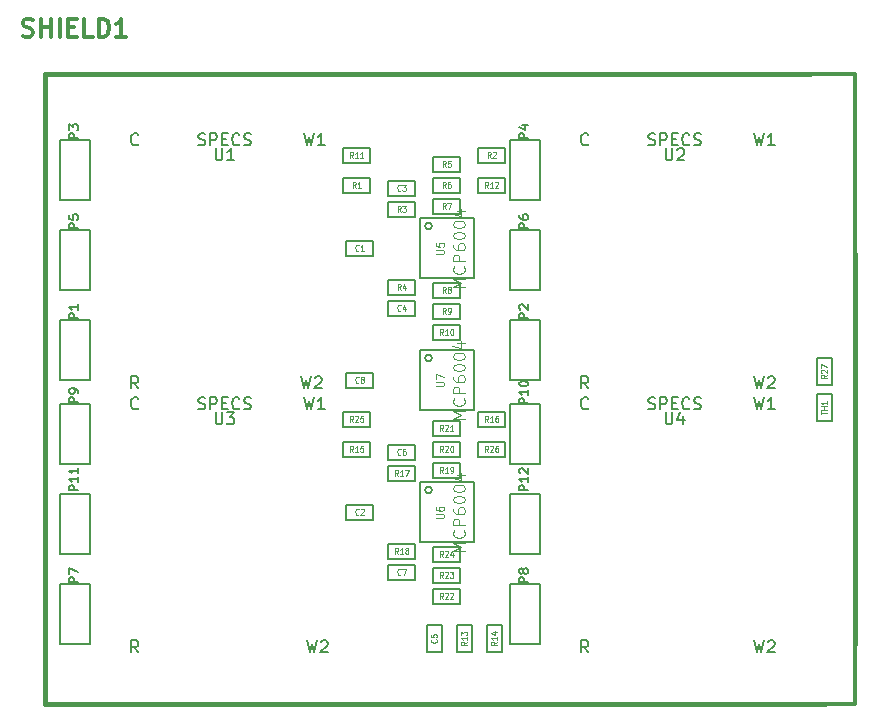
<source format=gto>
G04 (created by PCBNEW (2013-07-07 BZR 4022)-stable) date 11/3/2017 9:35:14 AM*
%MOIN*%
G04 Gerber Fmt 3.4, Leading zero omitted, Abs format*
%FSLAX34Y34*%
G01*
G70*
G90*
G04 APERTURE LIST*
%ADD10C,0.00590551*%
%ADD11C,0.006*%
%ADD12C,0.005*%
%ADD13C,0.0149606*%
%ADD14C,0.015*%
%ADD15C,0.0045*%
%ADD16C,0.0047*%
%ADD17C,0.012*%
G04 APERTURE END LIST*
G54D10*
G54D11*
X80000Y-66000D02*
X81000Y-66000D01*
X81000Y-66000D02*
X81000Y-68000D01*
X81000Y-68000D02*
X80000Y-68000D01*
X80000Y-68000D02*
X80000Y-66000D01*
X80000Y-72000D02*
X81000Y-72000D01*
X81000Y-72000D02*
X81000Y-74000D01*
X81000Y-74000D02*
X80000Y-74000D01*
X80000Y-74000D02*
X80000Y-72000D01*
X80000Y-69000D02*
X81000Y-69000D01*
X81000Y-69000D02*
X81000Y-71000D01*
X81000Y-71000D02*
X80000Y-71000D01*
X80000Y-71000D02*
X80000Y-69000D01*
X65000Y-69000D02*
X66000Y-69000D01*
X66000Y-69000D02*
X66000Y-71000D01*
X66000Y-71000D02*
X65000Y-71000D01*
X65000Y-71000D02*
X65000Y-69000D01*
X65000Y-66000D02*
X66000Y-66000D01*
X66000Y-66000D02*
X66000Y-68000D01*
X66000Y-68000D02*
X65000Y-68000D01*
X65000Y-68000D02*
X65000Y-66000D01*
X65000Y-72000D02*
X66000Y-72000D01*
X66000Y-72000D02*
X66000Y-74000D01*
X66000Y-74000D02*
X65000Y-74000D01*
X65000Y-74000D02*
X65000Y-72000D01*
X80000Y-60200D02*
X81000Y-60200D01*
X81000Y-60200D02*
X81000Y-62200D01*
X81000Y-62200D02*
X80000Y-62200D01*
X80000Y-62200D02*
X80000Y-60200D01*
X80000Y-57200D02*
X81000Y-57200D01*
X81000Y-57200D02*
X81000Y-59200D01*
X81000Y-59200D02*
X80000Y-59200D01*
X80000Y-59200D02*
X80000Y-57200D01*
X80000Y-63200D02*
X81000Y-63200D01*
X81000Y-63200D02*
X81000Y-65200D01*
X81000Y-65200D02*
X80000Y-65200D01*
X80000Y-65200D02*
X80000Y-63200D01*
X65000Y-60200D02*
X66000Y-60200D01*
X66000Y-60200D02*
X66000Y-62200D01*
X66000Y-62200D02*
X65000Y-62200D01*
X65000Y-62200D02*
X65000Y-60200D01*
X65000Y-57200D02*
X66000Y-57200D01*
X66000Y-57200D02*
X66000Y-59200D01*
X66000Y-59200D02*
X65000Y-59200D01*
X65000Y-59200D02*
X65000Y-57200D01*
X65000Y-63200D02*
X66000Y-63200D01*
X66000Y-63200D02*
X66000Y-65200D01*
X66000Y-65200D02*
X65000Y-65200D01*
X65000Y-65200D02*
X65000Y-63200D01*
G54D12*
X77450Y-67950D02*
X78350Y-67950D01*
X78350Y-67950D02*
X78350Y-68450D01*
X78350Y-68450D02*
X77450Y-68450D01*
X77450Y-68450D02*
X77450Y-67950D01*
X77450Y-62650D02*
X78350Y-62650D01*
X78350Y-62650D02*
X78350Y-63150D01*
X78350Y-63150D02*
X77450Y-63150D01*
X77450Y-63150D02*
X77450Y-62650D01*
X77450Y-63350D02*
X78350Y-63350D01*
X78350Y-63350D02*
X78350Y-63850D01*
X78350Y-63850D02*
X77450Y-63850D01*
X77450Y-63850D02*
X77450Y-63350D01*
X74450Y-67250D02*
X75350Y-67250D01*
X75350Y-67250D02*
X75350Y-67750D01*
X75350Y-67750D02*
X74450Y-67750D01*
X74450Y-67750D02*
X74450Y-67250D01*
X75950Y-68050D02*
X76850Y-68050D01*
X76850Y-68050D02*
X76850Y-68550D01*
X76850Y-68550D02*
X75950Y-68550D01*
X75950Y-68550D02*
X75950Y-68050D01*
X75950Y-67350D02*
X76850Y-67350D01*
X76850Y-67350D02*
X76850Y-67850D01*
X76850Y-67850D02*
X75950Y-67850D01*
X75950Y-67850D02*
X75950Y-67350D01*
X75350Y-66750D02*
X74450Y-66750D01*
X74450Y-66750D02*
X74450Y-66250D01*
X74450Y-66250D02*
X75350Y-66250D01*
X75350Y-66250D02*
X75350Y-66750D01*
X77450Y-66550D02*
X78350Y-66550D01*
X78350Y-66550D02*
X78350Y-67050D01*
X78350Y-67050D02*
X77450Y-67050D01*
X77450Y-67050D02*
X77450Y-66550D01*
X77450Y-67250D02*
X78350Y-67250D01*
X78350Y-67250D02*
X78350Y-67750D01*
X78350Y-67750D02*
X77450Y-67750D01*
X77450Y-67750D02*
X77450Y-67250D01*
X77450Y-61950D02*
X78350Y-61950D01*
X78350Y-61950D02*
X78350Y-62450D01*
X78350Y-62450D02*
X77450Y-62450D01*
X77450Y-62450D02*
X77450Y-61950D01*
X79850Y-66750D02*
X78950Y-66750D01*
X78950Y-66750D02*
X78950Y-66250D01*
X78950Y-66250D02*
X79850Y-66250D01*
X79850Y-66250D02*
X79850Y-66750D01*
X75950Y-70650D02*
X76850Y-70650D01*
X76850Y-70650D02*
X76850Y-71150D01*
X76850Y-71150D02*
X75950Y-71150D01*
X75950Y-71150D02*
X75950Y-70650D01*
X75950Y-71350D02*
X76850Y-71350D01*
X76850Y-71350D02*
X76850Y-71850D01*
X76850Y-71850D02*
X75950Y-71850D01*
X75950Y-71850D02*
X75950Y-71350D01*
X78950Y-67250D02*
X79850Y-67250D01*
X79850Y-67250D02*
X79850Y-67750D01*
X79850Y-67750D02*
X78950Y-67750D01*
X78950Y-67750D02*
X78950Y-67250D01*
X77450Y-72150D02*
X78350Y-72150D01*
X78350Y-72150D02*
X78350Y-72650D01*
X78350Y-72650D02*
X77450Y-72650D01*
X77450Y-72650D02*
X77450Y-72150D01*
X77450Y-71450D02*
X78350Y-71450D01*
X78350Y-71450D02*
X78350Y-71950D01*
X78350Y-71950D02*
X77450Y-71950D01*
X77450Y-71950D02*
X77450Y-71450D01*
X77450Y-70750D02*
X78350Y-70750D01*
X78350Y-70750D02*
X78350Y-71250D01*
X78350Y-71250D02*
X77450Y-71250D01*
X77450Y-71250D02*
X77450Y-70750D01*
X75450Y-61050D02*
X74550Y-61050D01*
X74550Y-61050D02*
X74550Y-60550D01*
X74550Y-60550D02*
X75450Y-60550D01*
X75450Y-60550D02*
X75450Y-61050D01*
X78950Y-58450D02*
X79850Y-58450D01*
X79850Y-58450D02*
X79850Y-58950D01*
X79850Y-58950D02*
X78950Y-58950D01*
X78950Y-58950D02*
X78950Y-58450D01*
X75950Y-62550D02*
X76850Y-62550D01*
X76850Y-62550D02*
X76850Y-63050D01*
X76850Y-63050D02*
X75950Y-63050D01*
X75950Y-63050D02*
X75950Y-62550D01*
X75950Y-61850D02*
X76850Y-61850D01*
X76850Y-61850D02*
X76850Y-62350D01*
X76850Y-62350D02*
X75950Y-62350D01*
X75950Y-62350D02*
X75950Y-61850D01*
X79850Y-57950D02*
X78950Y-57950D01*
X78950Y-57950D02*
X78950Y-57450D01*
X78950Y-57450D02*
X79850Y-57450D01*
X79850Y-57450D02*
X79850Y-57950D01*
X77450Y-57750D02*
X78350Y-57750D01*
X78350Y-57750D02*
X78350Y-58250D01*
X78350Y-58250D02*
X77450Y-58250D01*
X77450Y-58250D02*
X77450Y-57750D01*
X77450Y-58450D02*
X78350Y-58450D01*
X78350Y-58450D02*
X78350Y-58950D01*
X78350Y-58950D02*
X77450Y-58950D01*
X77450Y-58950D02*
X77450Y-58450D01*
X77450Y-59150D02*
X78350Y-59150D01*
X78350Y-59150D02*
X78350Y-59650D01*
X78350Y-59650D02*
X77450Y-59650D01*
X77450Y-59650D02*
X77450Y-59150D01*
X75350Y-57950D02*
X74450Y-57950D01*
X74450Y-57950D02*
X74450Y-57450D01*
X74450Y-57450D02*
X75350Y-57450D01*
X75350Y-57450D02*
X75350Y-57950D01*
X75950Y-58550D02*
X76850Y-58550D01*
X76850Y-58550D02*
X76850Y-59050D01*
X76850Y-59050D02*
X75950Y-59050D01*
X75950Y-59050D02*
X75950Y-58550D01*
X75950Y-59250D02*
X76850Y-59250D01*
X76850Y-59250D02*
X76850Y-59750D01*
X76850Y-59750D02*
X75950Y-59750D01*
X75950Y-59750D02*
X75950Y-59250D01*
X74450Y-58450D02*
X75350Y-58450D01*
X75350Y-58450D02*
X75350Y-58950D01*
X75350Y-58950D02*
X74450Y-58950D01*
X74450Y-58950D02*
X74450Y-58450D01*
X79250Y-74250D02*
X79250Y-73350D01*
X79250Y-73350D02*
X79750Y-73350D01*
X79750Y-73350D02*
X79750Y-74250D01*
X79750Y-74250D02*
X79250Y-74250D01*
X77750Y-73350D02*
X77750Y-74250D01*
X77750Y-74250D02*
X77250Y-74250D01*
X77250Y-74250D02*
X77250Y-73350D01*
X77250Y-73350D02*
X77750Y-73350D01*
X78750Y-73350D02*
X78750Y-74250D01*
X78750Y-74250D02*
X78250Y-74250D01*
X78250Y-74250D02*
X78250Y-73350D01*
X78250Y-73350D02*
X78750Y-73350D01*
X75450Y-69850D02*
X74550Y-69850D01*
X74550Y-69850D02*
X74550Y-69350D01*
X74550Y-69350D02*
X75450Y-69350D01*
X75450Y-69350D02*
X75450Y-69850D01*
X90750Y-65650D02*
X90750Y-66550D01*
X90750Y-66550D02*
X90250Y-66550D01*
X90250Y-66550D02*
X90250Y-65650D01*
X90250Y-65650D02*
X90750Y-65650D01*
X90250Y-65350D02*
X90250Y-64450D01*
X90250Y-64450D02*
X90750Y-64450D01*
X90750Y-64450D02*
X90750Y-65350D01*
X90750Y-65350D02*
X90250Y-65350D01*
X77411Y-60050D02*
G75*
G03X77411Y-60050I-111J0D01*
G74*
G01*
X78800Y-61800D02*
X78800Y-59800D01*
X78800Y-59800D02*
X77000Y-59800D01*
X77000Y-59800D02*
X77000Y-61800D01*
X77000Y-61800D02*
X78800Y-61800D01*
X77411Y-68850D02*
G75*
G03X77411Y-68850I-111J0D01*
G74*
G01*
X78800Y-70600D02*
X78800Y-68600D01*
X78800Y-68600D02*
X77000Y-68600D01*
X77000Y-68600D02*
X77000Y-70600D01*
X77000Y-70600D02*
X78800Y-70600D01*
X77411Y-64450D02*
G75*
G03X77411Y-64450I-111J0D01*
G74*
G01*
X78800Y-66200D02*
X78800Y-64200D01*
X78800Y-64200D02*
X77000Y-64200D01*
X77000Y-64200D02*
X77000Y-66200D01*
X77000Y-66200D02*
X78800Y-66200D01*
X75450Y-65450D02*
X74550Y-65450D01*
X74550Y-65450D02*
X74550Y-64950D01*
X74550Y-64950D02*
X75450Y-64950D01*
X75450Y-64950D02*
X75450Y-65450D01*
G54D13*
X91500Y-74000D02*
X91500Y-76000D01*
X91500Y-76000D02*
X90500Y-76000D01*
X90000Y-55000D02*
X91500Y-55000D01*
X91500Y-55000D02*
X91500Y-61000D01*
G54D14*
X90000Y-55000D02*
X64500Y-55000D01*
X90500Y-76000D02*
X64500Y-76000D01*
X64500Y-76000D02*
X64500Y-55000D01*
X91500Y-61000D02*
X91500Y-74000D01*
G54D10*
X85200Y-66265D02*
X85200Y-66584D01*
X85218Y-66621D01*
X85237Y-66640D01*
X85275Y-66659D01*
X85350Y-66659D01*
X85387Y-66640D01*
X85406Y-66621D01*
X85425Y-66584D01*
X85425Y-66265D01*
X85781Y-66396D02*
X85781Y-66659D01*
X85687Y-66246D02*
X85593Y-66528D01*
X85837Y-66528D01*
X84628Y-66140D02*
X84684Y-66159D01*
X84778Y-66159D01*
X84815Y-66140D01*
X84834Y-66121D01*
X84853Y-66084D01*
X84853Y-66046D01*
X84834Y-66009D01*
X84815Y-65990D01*
X84778Y-65971D01*
X84703Y-65953D01*
X84665Y-65934D01*
X84646Y-65915D01*
X84628Y-65878D01*
X84628Y-65840D01*
X84646Y-65803D01*
X84665Y-65784D01*
X84703Y-65765D01*
X84796Y-65765D01*
X84853Y-65784D01*
X85021Y-66159D02*
X85021Y-65765D01*
X85171Y-65765D01*
X85209Y-65784D01*
X85228Y-65803D01*
X85246Y-65840D01*
X85246Y-65896D01*
X85228Y-65934D01*
X85209Y-65953D01*
X85171Y-65971D01*
X85021Y-65971D01*
X85415Y-65953D02*
X85546Y-65953D01*
X85603Y-66159D02*
X85415Y-66159D01*
X85415Y-65765D01*
X85603Y-65765D01*
X85996Y-66121D02*
X85978Y-66140D01*
X85921Y-66159D01*
X85884Y-66159D01*
X85828Y-66140D01*
X85790Y-66103D01*
X85771Y-66065D01*
X85753Y-65990D01*
X85753Y-65934D01*
X85771Y-65859D01*
X85790Y-65821D01*
X85828Y-65784D01*
X85884Y-65765D01*
X85921Y-65765D01*
X85978Y-65784D01*
X85996Y-65803D01*
X86146Y-66140D02*
X86203Y-66159D01*
X86296Y-66159D01*
X86334Y-66140D01*
X86353Y-66121D01*
X86371Y-66084D01*
X86371Y-66046D01*
X86353Y-66009D01*
X86334Y-65990D01*
X86296Y-65971D01*
X86221Y-65953D01*
X86184Y-65934D01*
X86165Y-65915D01*
X86146Y-65878D01*
X86146Y-65840D01*
X86165Y-65803D01*
X86184Y-65784D01*
X86221Y-65765D01*
X86315Y-65765D01*
X86371Y-65784D01*
X88143Y-73865D02*
X88237Y-74259D01*
X88312Y-73978D01*
X88387Y-74259D01*
X88481Y-73865D01*
X88612Y-73903D02*
X88631Y-73884D01*
X88668Y-73865D01*
X88762Y-73865D01*
X88799Y-73884D01*
X88818Y-73903D01*
X88837Y-73940D01*
X88837Y-73978D01*
X88818Y-74034D01*
X88593Y-74259D01*
X88837Y-74259D01*
X88143Y-65765D02*
X88237Y-66159D01*
X88312Y-65878D01*
X88387Y-66159D01*
X88481Y-65765D01*
X88837Y-66159D02*
X88612Y-66159D01*
X88724Y-66159D02*
X88724Y-65765D01*
X88687Y-65821D01*
X88649Y-65859D01*
X88612Y-65878D01*
X82621Y-74259D02*
X82490Y-74071D01*
X82396Y-74259D02*
X82396Y-73865D01*
X82546Y-73865D01*
X82584Y-73884D01*
X82603Y-73903D01*
X82621Y-73940D01*
X82621Y-73996D01*
X82603Y-74034D01*
X82584Y-74053D01*
X82546Y-74071D01*
X82396Y-74071D01*
X82621Y-66121D02*
X82603Y-66140D01*
X82546Y-66159D01*
X82509Y-66159D01*
X82453Y-66140D01*
X82415Y-66103D01*
X82396Y-66065D01*
X82378Y-65990D01*
X82378Y-65934D01*
X82396Y-65859D01*
X82415Y-65821D01*
X82453Y-65784D01*
X82509Y-65765D01*
X82546Y-65765D01*
X82603Y-65784D01*
X82621Y-65803D01*
X70200Y-57465D02*
X70200Y-57784D01*
X70218Y-57821D01*
X70237Y-57840D01*
X70275Y-57859D01*
X70350Y-57859D01*
X70387Y-57840D01*
X70406Y-57821D01*
X70425Y-57784D01*
X70425Y-57465D01*
X70818Y-57859D02*
X70593Y-57859D01*
X70706Y-57859D02*
X70706Y-57465D01*
X70668Y-57521D01*
X70631Y-57559D01*
X70593Y-57578D01*
X69628Y-57340D02*
X69684Y-57359D01*
X69778Y-57359D01*
X69815Y-57340D01*
X69834Y-57321D01*
X69853Y-57284D01*
X69853Y-57246D01*
X69834Y-57209D01*
X69815Y-57190D01*
X69778Y-57171D01*
X69703Y-57153D01*
X69665Y-57134D01*
X69646Y-57115D01*
X69628Y-57078D01*
X69628Y-57040D01*
X69646Y-57003D01*
X69665Y-56984D01*
X69703Y-56965D01*
X69796Y-56965D01*
X69853Y-56984D01*
X70021Y-57359D02*
X70021Y-56965D01*
X70171Y-56965D01*
X70209Y-56984D01*
X70228Y-57003D01*
X70246Y-57040D01*
X70246Y-57096D01*
X70228Y-57134D01*
X70209Y-57153D01*
X70171Y-57171D01*
X70021Y-57171D01*
X70415Y-57153D02*
X70546Y-57153D01*
X70603Y-57359D02*
X70415Y-57359D01*
X70415Y-56965D01*
X70603Y-56965D01*
X70996Y-57321D02*
X70978Y-57340D01*
X70921Y-57359D01*
X70884Y-57359D01*
X70828Y-57340D01*
X70790Y-57303D01*
X70771Y-57265D01*
X70753Y-57190D01*
X70753Y-57134D01*
X70771Y-57059D01*
X70790Y-57021D01*
X70828Y-56984D01*
X70884Y-56965D01*
X70921Y-56965D01*
X70978Y-56984D01*
X70996Y-57003D01*
X71146Y-57340D02*
X71203Y-57359D01*
X71296Y-57359D01*
X71334Y-57340D01*
X71353Y-57321D01*
X71371Y-57284D01*
X71371Y-57246D01*
X71353Y-57209D01*
X71334Y-57190D01*
X71296Y-57171D01*
X71221Y-57153D01*
X71184Y-57134D01*
X71165Y-57115D01*
X71146Y-57078D01*
X71146Y-57040D01*
X71165Y-57003D01*
X71184Y-56984D01*
X71221Y-56965D01*
X71315Y-56965D01*
X71371Y-56984D01*
X73043Y-65065D02*
X73137Y-65459D01*
X73212Y-65178D01*
X73287Y-65459D01*
X73381Y-65065D01*
X73512Y-65103D02*
X73531Y-65084D01*
X73568Y-65065D01*
X73662Y-65065D01*
X73699Y-65084D01*
X73718Y-65103D01*
X73737Y-65140D01*
X73737Y-65178D01*
X73718Y-65234D01*
X73493Y-65459D01*
X73737Y-65459D01*
X73143Y-56965D02*
X73237Y-57359D01*
X73312Y-57078D01*
X73387Y-57359D01*
X73481Y-56965D01*
X73837Y-57359D02*
X73612Y-57359D01*
X73724Y-57359D02*
X73724Y-56965D01*
X73687Y-57021D01*
X73649Y-57059D01*
X73612Y-57078D01*
X67621Y-65459D02*
X67490Y-65271D01*
X67396Y-65459D02*
X67396Y-65065D01*
X67546Y-65065D01*
X67584Y-65084D01*
X67603Y-65103D01*
X67621Y-65140D01*
X67621Y-65196D01*
X67603Y-65234D01*
X67584Y-65253D01*
X67546Y-65271D01*
X67396Y-65271D01*
X67621Y-57321D02*
X67603Y-57340D01*
X67546Y-57359D01*
X67509Y-57359D01*
X67453Y-57340D01*
X67415Y-57303D01*
X67396Y-57265D01*
X67378Y-57190D01*
X67378Y-57134D01*
X67396Y-57059D01*
X67415Y-57021D01*
X67453Y-56984D01*
X67509Y-56965D01*
X67546Y-56965D01*
X67603Y-56984D01*
X67621Y-57003D01*
X85200Y-57465D02*
X85200Y-57784D01*
X85218Y-57821D01*
X85237Y-57840D01*
X85275Y-57859D01*
X85350Y-57859D01*
X85387Y-57840D01*
X85406Y-57821D01*
X85425Y-57784D01*
X85425Y-57465D01*
X85593Y-57503D02*
X85612Y-57484D01*
X85649Y-57465D01*
X85743Y-57465D01*
X85781Y-57484D01*
X85799Y-57503D01*
X85818Y-57540D01*
X85818Y-57578D01*
X85799Y-57634D01*
X85574Y-57859D01*
X85818Y-57859D01*
X84628Y-57340D02*
X84684Y-57359D01*
X84778Y-57359D01*
X84815Y-57340D01*
X84834Y-57321D01*
X84853Y-57284D01*
X84853Y-57246D01*
X84834Y-57209D01*
X84815Y-57190D01*
X84778Y-57171D01*
X84703Y-57153D01*
X84665Y-57134D01*
X84646Y-57115D01*
X84628Y-57078D01*
X84628Y-57040D01*
X84646Y-57003D01*
X84665Y-56984D01*
X84703Y-56965D01*
X84796Y-56965D01*
X84853Y-56984D01*
X85021Y-57359D02*
X85021Y-56965D01*
X85171Y-56965D01*
X85209Y-56984D01*
X85228Y-57003D01*
X85246Y-57040D01*
X85246Y-57096D01*
X85228Y-57134D01*
X85209Y-57153D01*
X85171Y-57171D01*
X85021Y-57171D01*
X85415Y-57153D02*
X85546Y-57153D01*
X85603Y-57359D02*
X85415Y-57359D01*
X85415Y-56965D01*
X85603Y-56965D01*
X85996Y-57321D02*
X85978Y-57340D01*
X85921Y-57359D01*
X85884Y-57359D01*
X85828Y-57340D01*
X85790Y-57303D01*
X85771Y-57265D01*
X85753Y-57190D01*
X85753Y-57134D01*
X85771Y-57059D01*
X85790Y-57021D01*
X85828Y-56984D01*
X85884Y-56965D01*
X85921Y-56965D01*
X85978Y-56984D01*
X85996Y-57003D01*
X86146Y-57340D02*
X86203Y-57359D01*
X86296Y-57359D01*
X86334Y-57340D01*
X86353Y-57321D01*
X86371Y-57284D01*
X86371Y-57246D01*
X86353Y-57209D01*
X86334Y-57190D01*
X86296Y-57171D01*
X86221Y-57153D01*
X86184Y-57134D01*
X86165Y-57115D01*
X86146Y-57078D01*
X86146Y-57040D01*
X86165Y-57003D01*
X86184Y-56984D01*
X86221Y-56965D01*
X86315Y-56965D01*
X86371Y-56984D01*
X88143Y-65065D02*
X88237Y-65459D01*
X88312Y-65178D01*
X88387Y-65459D01*
X88481Y-65065D01*
X88612Y-65103D02*
X88631Y-65084D01*
X88668Y-65065D01*
X88762Y-65065D01*
X88799Y-65084D01*
X88818Y-65103D01*
X88837Y-65140D01*
X88837Y-65178D01*
X88818Y-65234D01*
X88593Y-65459D01*
X88837Y-65459D01*
X88143Y-56965D02*
X88237Y-57359D01*
X88312Y-57078D01*
X88387Y-57359D01*
X88481Y-56965D01*
X88837Y-57359D02*
X88612Y-57359D01*
X88724Y-57359D02*
X88724Y-56965D01*
X88687Y-57021D01*
X88649Y-57059D01*
X88612Y-57078D01*
X82621Y-65459D02*
X82490Y-65271D01*
X82396Y-65459D02*
X82396Y-65065D01*
X82546Y-65065D01*
X82584Y-65084D01*
X82603Y-65103D01*
X82621Y-65140D01*
X82621Y-65196D01*
X82603Y-65234D01*
X82584Y-65253D01*
X82546Y-65271D01*
X82396Y-65271D01*
X82621Y-57321D02*
X82603Y-57340D01*
X82546Y-57359D01*
X82509Y-57359D01*
X82453Y-57340D01*
X82415Y-57303D01*
X82396Y-57265D01*
X82378Y-57190D01*
X82378Y-57134D01*
X82396Y-57059D01*
X82415Y-57021D01*
X82453Y-56984D01*
X82509Y-56965D01*
X82546Y-56965D01*
X82603Y-56984D01*
X82621Y-57003D01*
X70200Y-66265D02*
X70200Y-66584D01*
X70218Y-66621D01*
X70237Y-66640D01*
X70275Y-66659D01*
X70350Y-66659D01*
X70387Y-66640D01*
X70406Y-66621D01*
X70425Y-66584D01*
X70425Y-66265D01*
X70574Y-66265D02*
X70818Y-66265D01*
X70687Y-66415D01*
X70743Y-66415D01*
X70781Y-66434D01*
X70799Y-66453D01*
X70818Y-66490D01*
X70818Y-66584D01*
X70799Y-66621D01*
X70781Y-66640D01*
X70743Y-66659D01*
X70631Y-66659D01*
X70593Y-66640D01*
X70574Y-66621D01*
X69628Y-66140D02*
X69684Y-66159D01*
X69778Y-66159D01*
X69815Y-66140D01*
X69834Y-66121D01*
X69853Y-66084D01*
X69853Y-66046D01*
X69834Y-66009D01*
X69815Y-65990D01*
X69778Y-65971D01*
X69703Y-65953D01*
X69665Y-65934D01*
X69646Y-65915D01*
X69628Y-65878D01*
X69628Y-65840D01*
X69646Y-65803D01*
X69665Y-65784D01*
X69703Y-65765D01*
X69796Y-65765D01*
X69853Y-65784D01*
X70021Y-66159D02*
X70021Y-65765D01*
X70171Y-65765D01*
X70209Y-65784D01*
X70228Y-65803D01*
X70246Y-65840D01*
X70246Y-65896D01*
X70228Y-65934D01*
X70209Y-65953D01*
X70171Y-65971D01*
X70021Y-65971D01*
X70415Y-65953D02*
X70546Y-65953D01*
X70603Y-66159D02*
X70415Y-66159D01*
X70415Y-65765D01*
X70603Y-65765D01*
X70996Y-66121D02*
X70978Y-66140D01*
X70921Y-66159D01*
X70884Y-66159D01*
X70828Y-66140D01*
X70790Y-66103D01*
X70771Y-66065D01*
X70753Y-65990D01*
X70753Y-65934D01*
X70771Y-65859D01*
X70790Y-65821D01*
X70828Y-65784D01*
X70884Y-65765D01*
X70921Y-65765D01*
X70978Y-65784D01*
X70996Y-65803D01*
X71146Y-66140D02*
X71203Y-66159D01*
X71296Y-66159D01*
X71334Y-66140D01*
X71353Y-66121D01*
X71371Y-66084D01*
X71371Y-66046D01*
X71353Y-66009D01*
X71334Y-65990D01*
X71296Y-65971D01*
X71221Y-65953D01*
X71184Y-65934D01*
X71165Y-65915D01*
X71146Y-65878D01*
X71146Y-65840D01*
X71165Y-65803D01*
X71184Y-65784D01*
X71221Y-65765D01*
X71315Y-65765D01*
X71371Y-65784D01*
X73243Y-73865D02*
X73337Y-74259D01*
X73412Y-73978D01*
X73487Y-74259D01*
X73581Y-73865D01*
X73712Y-73903D02*
X73731Y-73884D01*
X73768Y-73865D01*
X73862Y-73865D01*
X73899Y-73884D01*
X73918Y-73903D01*
X73937Y-73940D01*
X73937Y-73978D01*
X73918Y-74034D01*
X73693Y-74259D01*
X73937Y-74259D01*
X73143Y-65765D02*
X73237Y-66159D01*
X73312Y-65878D01*
X73387Y-66159D01*
X73481Y-65765D01*
X73837Y-66159D02*
X73612Y-66159D01*
X73724Y-66159D02*
X73724Y-65765D01*
X73687Y-65821D01*
X73649Y-65859D01*
X73612Y-65878D01*
X67621Y-74259D02*
X67490Y-74071D01*
X67396Y-74259D02*
X67396Y-73865D01*
X67546Y-73865D01*
X67584Y-73884D01*
X67603Y-73903D01*
X67621Y-73940D01*
X67621Y-73996D01*
X67603Y-74034D01*
X67584Y-74053D01*
X67546Y-74071D01*
X67396Y-74071D01*
X67621Y-66121D02*
X67603Y-66140D01*
X67546Y-66159D01*
X67509Y-66159D01*
X67453Y-66140D01*
X67415Y-66103D01*
X67396Y-66065D01*
X67378Y-65990D01*
X67378Y-65934D01*
X67396Y-65859D01*
X67415Y-65821D01*
X67453Y-65784D01*
X67509Y-65765D01*
X67546Y-65765D01*
X67603Y-65784D01*
X67621Y-65803D01*
G54D11*
X80621Y-65964D02*
X80321Y-65964D01*
X80321Y-65850D01*
X80335Y-65821D01*
X80350Y-65807D01*
X80378Y-65792D01*
X80421Y-65792D01*
X80450Y-65807D01*
X80464Y-65821D01*
X80478Y-65850D01*
X80478Y-65964D01*
X80621Y-65507D02*
X80621Y-65678D01*
X80621Y-65592D02*
X80321Y-65592D01*
X80364Y-65621D01*
X80392Y-65650D01*
X80407Y-65678D01*
X80321Y-65321D02*
X80321Y-65292D01*
X80335Y-65264D01*
X80350Y-65250D01*
X80378Y-65235D01*
X80435Y-65221D01*
X80507Y-65221D01*
X80564Y-65235D01*
X80592Y-65250D01*
X80607Y-65264D01*
X80621Y-65292D01*
X80621Y-65321D01*
X80607Y-65350D01*
X80592Y-65364D01*
X80564Y-65378D01*
X80507Y-65392D01*
X80435Y-65392D01*
X80378Y-65378D01*
X80350Y-65364D01*
X80335Y-65350D01*
X80321Y-65321D01*
X80621Y-71921D02*
X80321Y-71921D01*
X80321Y-71807D01*
X80335Y-71778D01*
X80350Y-71764D01*
X80378Y-71750D01*
X80421Y-71750D01*
X80450Y-71764D01*
X80464Y-71778D01*
X80478Y-71807D01*
X80478Y-71921D01*
X80450Y-71578D02*
X80435Y-71607D01*
X80421Y-71621D01*
X80392Y-71635D01*
X80378Y-71635D01*
X80350Y-71621D01*
X80335Y-71607D01*
X80321Y-71578D01*
X80321Y-71521D01*
X80335Y-71492D01*
X80350Y-71478D01*
X80378Y-71464D01*
X80392Y-71464D01*
X80421Y-71478D01*
X80435Y-71492D01*
X80450Y-71521D01*
X80450Y-71578D01*
X80464Y-71607D01*
X80478Y-71621D01*
X80507Y-71635D01*
X80564Y-71635D01*
X80592Y-71621D01*
X80607Y-71607D01*
X80621Y-71578D01*
X80621Y-71521D01*
X80607Y-71492D01*
X80592Y-71478D01*
X80564Y-71464D01*
X80507Y-71464D01*
X80478Y-71478D01*
X80464Y-71492D01*
X80450Y-71521D01*
X80621Y-68864D02*
X80321Y-68864D01*
X80321Y-68750D01*
X80335Y-68721D01*
X80350Y-68707D01*
X80378Y-68692D01*
X80421Y-68692D01*
X80450Y-68707D01*
X80464Y-68721D01*
X80478Y-68750D01*
X80478Y-68864D01*
X80621Y-68407D02*
X80621Y-68578D01*
X80621Y-68492D02*
X80321Y-68492D01*
X80364Y-68521D01*
X80392Y-68550D01*
X80407Y-68578D01*
X80350Y-68292D02*
X80335Y-68278D01*
X80321Y-68250D01*
X80321Y-68178D01*
X80335Y-68150D01*
X80350Y-68135D01*
X80378Y-68121D01*
X80407Y-68121D01*
X80450Y-68135D01*
X80621Y-68307D01*
X80621Y-68121D01*
X65621Y-68864D02*
X65321Y-68864D01*
X65321Y-68750D01*
X65335Y-68721D01*
X65350Y-68707D01*
X65378Y-68692D01*
X65421Y-68692D01*
X65450Y-68707D01*
X65464Y-68721D01*
X65478Y-68750D01*
X65478Y-68864D01*
X65621Y-68407D02*
X65621Y-68578D01*
X65621Y-68492D02*
X65321Y-68492D01*
X65364Y-68521D01*
X65392Y-68550D01*
X65407Y-68578D01*
X65621Y-68121D02*
X65621Y-68292D01*
X65621Y-68207D02*
X65321Y-68207D01*
X65364Y-68235D01*
X65392Y-68264D01*
X65407Y-68292D01*
X65621Y-65921D02*
X65321Y-65921D01*
X65321Y-65807D01*
X65335Y-65778D01*
X65350Y-65764D01*
X65378Y-65750D01*
X65421Y-65750D01*
X65450Y-65764D01*
X65464Y-65778D01*
X65478Y-65807D01*
X65478Y-65921D01*
X65621Y-65607D02*
X65621Y-65550D01*
X65607Y-65521D01*
X65592Y-65507D01*
X65550Y-65478D01*
X65492Y-65464D01*
X65378Y-65464D01*
X65350Y-65478D01*
X65335Y-65492D01*
X65321Y-65521D01*
X65321Y-65578D01*
X65335Y-65607D01*
X65350Y-65621D01*
X65378Y-65635D01*
X65450Y-65635D01*
X65478Y-65621D01*
X65492Y-65607D01*
X65507Y-65578D01*
X65507Y-65521D01*
X65492Y-65492D01*
X65478Y-65478D01*
X65450Y-65464D01*
X65621Y-71921D02*
X65321Y-71921D01*
X65321Y-71807D01*
X65335Y-71778D01*
X65350Y-71764D01*
X65378Y-71750D01*
X65421Y-71750D01*
X65450Y-71764D01*
X65464Y-71778D01*
X65478Y-71807D01*
X65478Y-71921D01*
X65321Y-71650D02*
X65321Y-71450D01*
X65621Y-71578D01*
X80621Y-60121D02*
X80321Y-60121D01*
X80321Y-60007D01*
X80335Y-59978D01*
X80350Y-59964D01*
X80378Y-59950D01*
X80421Y-59950D01*
X80450Y-59964D01*
X80464Y-59978D01*
X80478Y-60007D01*
X80478Y-60121D01*
X80321Y-59692D02*
X80321Y-59750D01*
X80335Y-59778D01*
X80350Y-59792D01*
X80392Y-59821D01*
X80450Y-59835D01*
X80564Y-59835D01*
X80592Y-59821D01*
X80607Y-59807D01*
X80621Y-59778D01*
X80621Y-59721D01*
X80607Y-59692D01*
X80592Y-59678D01*
X80564Y-59664D01*
X80492Y-59664D01*
X80464Y-59678D01*
X80450Y-59692D01*
X80435Y-59721D01*
X80435Y-59778D01*
X80450Y-59807D01*
X80464Y-59821D01*
X80492Y-59835D01*
X80621Y-57121D02*
X80321Y-57121D01*
X80321Y-57007D01*
X80335Y-56978D01*
X80350Y-56964D01*
X80378Y-56950D01*
X80421Y-56950D01*
X80450Y-56964D01*
X80464Y-56978D01*
X80478Y-57007D01*
X80478Y-57121D01*
X80421Y-56692D02*
X80621Y-56692D01*
X80307Y-56764D02*
X80521Y-56835D01*
X80521Y-56650D01*
X80621Y-63121D02*
X80321Y-63121D01*
X80321Y-63007D01*
X80335Y-62978D01*
X80350Y-62964D01*
X80378Y-62950D01*
X80421Y-62950D01*
X80450Y-62964D01*
X80464Y-62978D01*
X80478Y-63007D01*
X80478Y-63121D01*
X80350Y-62835D02*
X80335Y-62821D01*
X80321Y-62792D01*
X80321Y-62721D01*
X80335Y-62692D01*
X80350Y-62678D01*
X80378Y-62664D01*
X80407Y-62664D01*
X80450Y-62678D01*
X80621Y-62850D01*
X80621Y-62664D01*
X65621Y-60121D02*
X65321Y-60121D01*
X65321Y-60007D01*
X65335Y-59978D01*
X65350Y-59964D01*
X65378Y-59950D01*
X65421Y-59950D01*
X65450Y-59964D01*
X65464Y-59978D01*
X65478Y-60007D01*
X65478Y-60121D01*
X65321Y-59678D02*
X65321Y-59821D01*
X65464Y-59835D01*
X65450Y-59821D01*
X65435Y-59792D01*
X65435Y-59721D01*
X65450Y-59692D01*
X65464Y-59678D01*
X65492Y-59664D01*
X65564Y-59664D01*
X65592Y-59678D01*
X65607Y-59692D01*
X65621Y-59721D01*
X65621Y-59792D01*
X65607Y-59821D01*
X65592Y-59835D01*
X65621Y-57121D02*
X65321Y-57121D01*
X65321Y-57007D01*
X65335Y-56978D01*
X65350Y-56964D01*
X65378Y-56950D01*
X65421Y-56950D01*
X65450Y-56964D01*
X65464Y-56978D01*
X65478Y-57007D01*
X65478Y-57121D01*
X65321Y-56850D02*
X65321Y-56664D01*
X65435Y-56764D01*
X65435Y-56721D01*
X65450Y-56692D01*
X65464Y-56678D01*
X65492Y-56664D01*
X65564Y-56664D01*
X65592Y-56678D01*
X65607Y-56692D01*
X65621Y-56721D01*
X65621Y-56807D01*
X65607Y-56835D01*
X65592Y-56850D01*
X65621Y-63121D02*
X65321Y-63121D01*
X65321Y-63007D01*
X65335Y-62978D01*
X65350Y-62964D01*
X65378Y-62950D01*
X65421Y-62950D01*
X65450Y-62964D01*
X65464Y-62978D01*
X65478Y-63007D01*
X65478Y-63121D01*
X65621Y-62664D02*
X65621Y-62835D01*
X65621Y-62750D02*
X65321Y-62750D01*
X65364Y-62778D01*
X65392Y-62807D01*
X65407Y-62835D01*
G54D15*
X77784Y-68280D02*
X77724Y-68185D01*
X77681Y-68280D02*
X77681Y-68080D01*
X77750Y-68080D01*
X77767Y-68090D01*
X77775Y-68100D01*
X77784Y-68119D01*
X77784Y-68147D01*
X77775Y-68166D01*
X77767Y-68176D01*
X77750Y-68185D01*
X77681Y-68185D01*
X77955Y-68280D02*
X77852Y-68280D01*
X77904Y-68280D02*
X77904Y-68080D01*
X77887Y-68109D01*
X77870Y-68128D01*
X77852Y-68138D01*
X78041Y-68280D02*
X78075Y-68280D01*
X78092Y-68271D01*
X78101Y-68261D01*
X78118Y-68233D01*
X78127Y-68195D01*
X78127Y-68119D01*
X78118Y-68100D01*
X78110Y-68090D01*
X78092Y-68080D01*
X78058Y-68080D01*
X78041Y-68090D01*
X78032Y-68100D01*
X78024Y-68119D01*
X78024Y-68166D01*
X78032Y-68185D01*
X78041Y-68195D01*
X78058Y-68204D01*
X78092Y-68204D01*
X78110Y-68195D01*
X78118Y-68185D01*
X78127Y-68166D01*
X77870Y-62980D02*
X77810Y-62885D01*
X77767Y-62980D02*
X77767Y-62780D01*
X77835Y-62780D01*
X77852Y-62790D01*
X77861Y-62800D01*
X77870Y-62819D01*
X77870Y-62847D01*
X77861Y-62866D01*
X77852Y-62876D01*
X77835Y-62885D01*
X77767Y-62885D01*
X77955Y-62980D02*
X77990Y-62980D01*
X78007Y-62971D01*
X78015Y-62961D01*
X78032Y-62933D01*
X78041Y-62895D01*
X78041Y-62819D01*
X78032Y-62800D01*
X78024Y-62790D01*
X78007Y-62780D01*
X77972Y-62780D01*
X77955Y-62790D01*
X77947Y-62800D01*
X77938Y-62819D01*
X77938Y-62866D01*
X77947Y-62885D01*
X77955Y-62895D01*
X77972Y-62904D01*
X78007Y-62904D01*
X78024Y-62895D01*
X78032Y-62885D01*
X78041Y-62866D01*
X77784Y-63680D02*
X77724Y-63585D01*
X77681Y-63680D02*
X77681Y-63480D01*
X77750Y-63480D01*
X77767Y-63490D01*
X77775Y-63500D01*
X77784Y-63519D01*
X77784Y-63547D01*
X77775Y-63566D01*
X77767Y-63576D01*
X77750Y-63585D01*
X77681Y-63585D01*
X77955Y-63680D02*
X77852Y-63680D01*
X77904Y-63680D02*
X77904Y-63480D01*
X77887Y-63509D01*
X77870Y-63528D01*
X77852Y-63538D01*
X78067Y-63480D02*
X78084Y-63480D01*
X78101Y-63490D01*
X78110Y-63500D01*
X78118Y-63519D01*
X78127Y-63557D01*
X78127Y-63604D01*
X78118Y-63642D01*
X78110Y-63661D01*
X78101Y-63671D01*
X78084Y-63680D01*
X78067Y-63680D01*
X78050Y-63671D01*
X78041Y-63661D01*
X78032Y-63642D01*
X78024Y-63604D01*
X78024Y-63557D01*
X78032Y-63519D01*
X78041Y-63500D01*
X78050Y-63490D01*
X78067Y-63480D01*
X74784Y-67580D02*
X74724Y-67485D01*
X74681Y-67580D02*
X74681Y-67380D01*
X74750Y-67380D01*
X74767Y-67390D01*
X74775Y-67400D01*
X74784Y-67419D01*
X74784Y-67447D01*
X74775Y-67466D01*
X74767Y-67476D01*
X74750Y-67485D01*
X74681Y-67485D01*
X74955Y-67580D02*
X74852Y-67580D01*
X74904Y-67580D02*
X74904Y-67380D01*
X74887Y-67409D01*
X74870Y-67428D01*
X74852Y-67438D01*
X75118Y-67380D02*
X75032Y-67380D01*
X75024Y-67476D01*
X75032Y-67466D01*
X75050Y-67457D01*
X75092Y-67457D01*
X75110Y-67466D01*
X75118Y-67476D01*
X75127Y-67495D01*
X75127Y-67542D01*
X75118Y-67561D01*
X75110Y-67571D01*
X75092Y-67580D01*
X75050Y-67580D01*
X75032Y-67571D01*
X75024Y-67561D01*
X76284Y-68380D02*
X76224Y-68285D01*
X76181Y-68380D02*
X76181Y-68180D01*
X76250Y-68180D01*
X76267Y-68190D01*
X76275Y-68200D01*
X76284Y-68219D01*
X76284Y-68247D01*
X76275Y-68266D01*
X76267Y-68276D01*
X76250Y-68285D01*
X76181Y-68285D01*
X76455Y-68380D02*
X76352Y-68380D01*
X76404Y-68380D02*
X76404Y-68180D01*
X76387Y-68209D01*
X76370Y-68228D01*
X76352Y-68238D01*
X76515Y-68180D02*
X76635Y-68180D01*
X76558Y-68380D01*
X76370Y-67661D02*
X76361Y-67671D01*
X76335Y-67680D01*
X76318Y-67680D01*
X76292Y-67671D01*
X76275Y-67652D01*
X76267Y-67633D01*
X76258Y-67595D01*
X76258Y-67566D01*
X76267Y-67528D01*
X76275Y-67509D01*
X76292Y-67490D01*
X76318Y-67480D01*
X76335Y-67480D01*
X76361Y-67490D01*
X76370Y-67500D01*
X76524Y-67480D02*
X76490Y-67480D01*
X76472Y-67490D01*
X76464Y-67500D01*
X76447Y-67528D01*
X76438Y-67566D01*
X76438Y-67642D01*
X76447Y-67661D01*
X76455Y-67671D01*
X76472Y-67680D01*
X76507Y-67680D01*
X76524Y-67671D01*
X76532Y-67661D01*
X76541Y-67642D01*
X76541Y-67595D01*
X76532Y-67576D01*
X76524Y-67566D01*
X76507Y-67557D01*
X76472Y-67557D01*
X76455Y-67566D01*
X76447Y-67576D01*
X76438Y-67595D01*
X74784Y-66580D02*
X74724Y-66485D01*
X74681Y-66580D02*
X74681Y-66380D01*
X74750Y-66380D01*
X74767Y-66390D01*
X74775Y-66400D01*
X74784Y-66419D01*
X74784Y-66447D01*
X74775Y-66466D01*
X74767Y-66476D01*
X74750Y-66485D01*
X74681Y-66485D01*
X74852Y-66400D02*
X74861Y-66390D01*
X74878Y-66380D01*
X74921Y-66380D01*
X74938Y-66390D01*
X74947Y-66400D01*
X74955Y-66419D01*
X74955Y-66438D01*
X74947Y-66466D01*
X74844Y-66580D01*
X74955Y-66580D01*
X75118Y-66380D02*
X75032Y-66380D01*
X75024Y-66476D01*
X75032Y-66466D01*
X75050Y-66457D01*
X75092Y-66457D01*
X75110Y-66466D01*
X75118Y-66476D01*
X75127Y-66495D01*
X75127Y-66542D01*
X75118Y-66561D01*
X75110Y-66571D01*
X75092Y-66580D01*
X75050Y-66580D01*
X75032Y-66571D01*
X75024Y-66561D01*
X77784Y-66880D02*
X77724Y-66785D01*
X77681Y-66880D02*
X77681Y-66680D01*
X77750Y-66680D01*
X77767Y-66690D01*
X77775Y-66700D01*
X77784Y-66719D01*
X77784Y-66747D01*
X77775Y-66766D01*
X77767Y-66776D01*
X77750Y-66785D01*
X77681Y-66785D01*
X77852Y-66700D02*
X77861Y-66690D01*
X77878Y-66680D01*
X77921Y-66680D01*
X77938Y-66690D01*
X77947Y-66700D01*
X77955Y-66719D01*
X77955Y-66738D01*
X77947Y-66766D01*
X77844Y-66880D01*
X77955Y-66880D01*
X78127Y-66880D02*
X78024Y-66880D01*
X78075Y-66880D02*
X78075Y-66680D01*
X78058Y-66709D01*
X78041Y-66728D01*
X78024Y-66738D01*
X77784Y-67580D02*
X77724Y-67485D01*
X77681Y-67580D02*
X77681Y-67380D01*
X77750Y-67380D01*
X77767Y-67390D01*
X77775Y-67400D01*
X77784Y-67419D01*
X77784Y-67447D01*
X77775Y-67466D01*
X77767Y-67476D01*
X77750Y-67485D01*
X77681Y-67485D01*
X77852Y-67400D02*
X77861Y-67390D01*
X77878Y-67380D01*
X77921Y-67380D01*
X77938Y-67390D01*
X77947Y-67400D01*
X77955Y-67419D01*
X77955Y-67438D01*
X77947Y-67466D01*
X77844Y-67580D01*
X77955Y-67580D01*
X78067Y-67380D02*
X78084Y-67380D01*
X78101Y-67390D01*
X78110Y-67400D01*
X78118Y-67419D01*
X78127Y-67457D01*
X78127Y-67504D01*
X78118Y-67542D01*
X78110Y-67561D01*
X78101Y-67571D01*
X78084Y-67580D01*
X78067Y-67580D01*
X78050Y-67571D01*
X78041Y-67561D01*
X78032Y-67542D01*
X78024Y-67504D01*
X78024Y-67457D01*
X78032Y-67419D01*
X78041Y-67400D01*
X78050Y-67390D01*
X78067Y-67380D01*
X77870Y-62280D02*
X77810Y-62185D01*
X77767Y-62280D02*
X77767Y-62080D01*
X77835Y-62080D01*
X77852Y-62090D01*
X77861Y-62100D01*
X77870Y-62119D01*
X77870Y-62147D01*
X77861Y-62166D01*
X77852Y-62176D01*
X77835Y-62185D01*
X77767Y-62185D01*
X77972Y-62166D02*
X77955Y-62157D01*
X77947Y-62147D01*
X77938Y-62128D01*
X77938Y-62119D01*
X77947Y-62100D01*
X77955Y-62090D01*
X77972Y-62080D01*
X78007Y-62080D01*
X78024Y-62090D01*
X78032Y-62100D01*
X78041Y-62119D01*
X78041Y-62128D01*
X78032Y-62147D01*
X78024Y-62157D01*
X78007Y-62166D01*
X77972Y-62166D01*
X77955Y-62176D01*
X77947Y-62185D01*
X77938Y-62204D01*
X77938Y-62242D01*
X77947Y-62261D01*
X77955Y-62271D01*
X77972Y-62280D01*
X78007Y-62280D01*
X78024Y-62271D01*
X78032Y-62261D01*
X78041Y-62242D01*
X78041Y-62204D01*
X78032Y-62185D01*
X78024Y-62176D01*
X78007Y-62166D01*
X79284Y-66580D02*
X79224Y-66485D01*
X79181Y-66580D02*
X79181Y-66380D01*
X79250Y-66380D01*
X79267Y-66390D01*
X79275Y-66400D01*
X79284Y-66419D01*
X79284Y-66447D01*
X79275Y-66466D01*
X79267Y-66476D01*
X79250Y-66485D01*
X79181Y-66485D01*
X79455Y-66580D02*
X79352Y-66580D01*
X79404Y-66580D02*
X79404Y-66380D01*
X79387Y-66409D01*
X79370Y-66428D01*
X79352Y-66438D01*
X79610Y-66380D02*
X79575Y-66380D01*
X79558Y-66390D01*
X79550Y-66400D01*
X79532Y-66428D01*
X79524Y-66466D01*
X79524Y-66542D01*
X79532Y-66561D01*
X79541Y-66571D01*
X79558Y-66580D01*
X79592Y-66580D01*
X79610Y-66571D01*
X79618Y-66561D01*
X79627Y-66542D01*
X79627Y-66495D01*
X79618Y-66476D01*
X79610Y-66466D01*
X79592Y-66457D01*
X79558Y-66457D01*
X79541Y-66466D01*
X79532Y-66476D01*
X79524Y-66495D01*
X76284Y-70980D02*
X76224Y-70885D01*
X76181Y-70980D02*
X76181Y-70780D01*
X76250Y-70780D01*
X76267Y-70790D01*
X76275Y-70800D01*
X76284Y-70819D01*
X76284Y-70847D01*
X76275Y-70866D01*
X76267Y-70876D01*
X76250Y-70885D01*
X76181Y-70885D01*
X76455Y-70980D02*
X76352Y-70980D01*
X76404Y-70980D02*
X76404Y-70780D01*
X76387Y-70809D01*
X76370Y-70828D01*
X76352Y-70838D01*
X76558Y-70866D02*
X76541Y-70857D01*
X76532Y-70847D01*
X76524Y-70828D01*
X76524Y-70819D01*
X76532Y-70800D01*
X76541Y-70790D01*
X76558Y-70780D01*
X76592Y-70780D01*
X76610Y-70790D01*
X76618Y-70800D01*
X76627Y-70819D01*
X76627Y-70828D01*
X76618Y-70847D01*
X76610Y-70857D01*
X76592Y-70866D01*
X76558Y-70866D01*
X76541Y-70876D01*
X76532Y-70885D01*
X76524Y-70904D01*
X76524Y-70942D01*
X76532Y-70961D01*
X76541Y-70971D01*
X76558Y-70980D01*
X76592Y-70980D01*
X76610Y-70971D01*
X76618Y-70961D01*
X76627Y-70942D01*
X76627Y-70904D01*
X76618Y-70885D01*
X76610Y-70876D01*
X76592Y-70866D01*
X76370Y-71661D02*
X76361Y-71671D01*
X76335Y-71680D01*
X76318Y-71680D01*
X76292Y-71671D01*
X76275Y-71652D01*
X76267Y-71633D01*
X76258Y-71595D01*
X76258Y-71566D01*
X76267Y-71528D01*
X76275Y-71509D01*
X76292Y-71490D01*
X76318Y-71480D01*
X76335Y-71480D01*
X76361Y-71490D01*
X76370Y-71500D01*
X76430Y-71480D02*
X76550Y-71480D01*
X76472Y-71680D01*
X79284Y-67580D02*
X79224Y-67485D01*
X79181Y-67580D02*
X79181Y-67380D01*
X79250Y-67380D01*
X79267Y-67390D01*
X79275Y-67400D01*
X79284Y-67419D01*
X79284Y-67447D01*
X79275Y-67466D01*
X79267Y-67476D01*
X79250Y-67485D01*
X79181Y-67485D01*
X79352Y-67400D02*
X79361Y-67390D01*
X79378Y-67380D01*
X79421Y-67380D01*
X79438Y-67390D01*
X79447Y-67400D01*
X79455Y-67419D01*
X79455Y-67438D01*
X79447Y-67466D01*
X79344Y-67580D01*
X79455Y-67580D01*
X79610Y-67380D02*
X79575Y-67380D01*
X79558Y-67390D01*
X79550Y-67400D01*
X79532Y-67428D01*
X79524Y-67466D01*
X79524Y-67542D01*
X79532Y-67561D01*
X79541Y-67571D01*
X79558Y-67580D01*
X79592Y-67580D01*
X79610Y-67571D01*
X79618Y-67561D01*
X79627Y-67542D01*
X79627Y-67495D01*
X79618Y-67476D01*
X79610Y-67466D01*
X79592Y-67457D01*
X79558Y-67457D01*
X79541Y-67466D01*
X79532Y-67476D01*
X79524Y-67495D01*
X77784Y-72480D02*
X77724Y-72385D01*
X77681Y-72480D02*
X77681Y-72280D01*
X77750Y-72280D01*
X77767Y-72290D01*
X77775Y-72300D01*
X77784Y-72319D01*
X77784Y-72347D01*
X77775Y-72366D01*
X77767Y-72376D01*
X77750Y-72385D01*
X77681Y-72385D01*
X77852Y-72300D02*
X77861Y-72290D01*
X77878Y-72280D01*
X77921Y-72280D01*
X77938Y-72290D01*
X77947Y-72300D01*
X77955Y-72319D01*
X77955Y-72338D01*
X77947Y-72366D01*
X77844Y-72480D01*
X77955Y-72480D01*
X78024Y-72300D02*
X78032Y-72290D01*
X78050Y-72280D01*
X78092Y-72280D01*
X78110Y-72290D01*
X78118Y-72300D01*
X78127Y-72319D01*
X78127Y-72338D01*
X78118Y-72366D01*
X78015Y-72480D01*
X78127Y-72480D01*
X77784Y-71780D02*
X77724Y-71685D01*
X77681Y-71780D02*
X77681Y-71580D01*
X77750Y-71580D01*
X77767Y-71590D01*
X77775Y-71600D01*
X77784Y-71619D01*
X77784Y-71647D01*
X77775Y-71666D01*
X77767Y-71676D01*
X77750Y-71685D01*
X77681Y-71685D01*
X77852Y-71600D02*
X77861Y-71590D01*
X77878Y-71580D01*
X77921Y-71580D01*
X77938Y-71590D01*
X77947Y-71600D01*
X77955Y-71619D01*
X77955Y-71638D01*
X77947Y-71666D01*
X77844Y-71780D01*
X77955Y-71780D01*
X78015Y-71580D02*
X78127Y-71580D01*
X78067Y-71657D01*
X78092Y-71657D01*
X78110Y-71666D01*
X78118Y-71676D01*
X78127Y-71695D01*
X78127Y-71742D01*
X78118Y-71761D01*
X78110Y-71771D01*
X78092Y-71780D01*
X78041Y-71780D01*
X78024Y-71771D01*
X78015Y-71761D01*
X77784Y-71080D02*
X77724Y-70985D01*
X77681Y-71080D02*
X77681Y-70880D01*
X77750Y-70880D01*
X77767Y-70890D01*
X77775Y-70900D01*
X77784Y-70919D01*
X77784Y-70947D01*
X77775Y-70966D01*
X77767Y-70976D01*
X77750Y-70985D01*
X77681Y-70985D01*
X77852Y-70900D02*
X77861Y-70890D01*
X77878Y-70880D01*
X77921Y-70880D01*
X77938Y-70890D01*
X77947Y-70900D01*
X77955Y-70919D01*
X77955Y-70938D01*
X77947Y-70966D01*
X77844Y-71080D01*
X77955Y-71080D01*
X78110Y-70947D02*
X78110Y-71080D01*
X78067Y-70871D02*
X78024Y-71014D01*
X78135Y-71014D01*
X74970Y-60861D02*
X74961Y-60871D01*
X74935Y-60880D01*
X74918Y-60880D01*
X74892Y-60871D01*
X74875Y-60852D01*
X74867Y-60833D01*
X74858Y-60795D01*
X74858Y-60766D01*
X74867Y-60728D01*
X74875Y-60709D01*
X74892Y-60690D01*
X74918Y-60680D01*
X74935Y-60680D01*
X74961Y-60690D01*
X74970Y-60700D01*
X75141Y-60880D02*
X75038Y-60880D01*
X75090Y-60880D02*
X75090Y-60680D01*
X75072Y-60709D01*
X75055Y-60728D01*
X75038Y-60738D01*
X79284Y-58780D02*
X79224Y-58685D01*
X79181Y-58780D02*
X79181Y-58580D01*
X79250Y-58580D01*
X79267Y-58590D01*
X79275Y-58600D01*
X79284Y-58619D01*
X79284Y-58647D01*
X79275Y-58666D01*
X79267Y-58676D01*
X79250Y-58685D01*
X79181Y-58685D01*
X79455Y-58780D02*
X79352Y-58780D01*
X79404Y-58780D02*
X79404Y-58580D01*
X79387Y-58609D01*
X79370Y-58628D01*
X79352Y-58638D01*
X79524Y-58600D02*
X79532Y-58590D01*
X79550Y-58580D01*
X79592Y-58580D01*
X79610Y-58590D01*
X79618Y-58600D01*
X79627Y-58619D01*
X79627Y-58638D01*
X79618Y-58666D01*
X79515Y-58780D01*
X79627Y-58780D01*
X76370Y-62861D02*
X76361Y-62871D01*
X76335Y-62880D01*
X76318Y-62880D01*
X76292Y-62871D01*
X76275Y-62852D01*
X76267Y-62833D01*
X76258Y-62795D01*
X76258Y-62766D01*
X76267Y-62728D01*
X76275Y-62709D01*
X76292Y-62690D01*
X76318Y-62680D01*
X76335Y-62680D01*
X76361Y-62690D01*
X76370Y-62700D01*
X76524Y-62747D02*
X76524Y-62880D01*
X76481Y-62671D02*
X76438Y-62814D01*
X76550Y-62814D01*
X76370Y-62180D02*
X76310Y-62085D01*
X76267Y-62180D02*
X76267Y-61980D01*
X76335Y-61980D01*
X76352Y-61990D01*
X76361Y-62000D01*
X76370Y-62019D01*
X76370Y-62047D01*
X76361Y-62066D01*
X76352Y-62076D01*
X76335Y-62085D01*
X76267Y-62085D01*
X76524Y-62047D02*
X76524Y-62180D01*
X76481Y-61971D02*
X76438Y-62114D01*
X76550Y-62114D01*
X79370Y-57780D02*
X79310Y-57685D01*
X79267Y-57780D02*
X79267Y-57580D01*
X79335Y-57580D01*
X79352Y-57590D01*
X79361Y-57600D01*
X79370Y-57619D01*
X79370Y-57647D01*
X79361Y-57666D01*
X79352Y-57676D01*
X79335Y-57685D01*
X79267Y-57685D01*
X79438Y-57600D02*
X79447Y-57590D01*
X79464Y-57580D01*
X79507Y-57580D01*
X79524Y-57590D01*
X79532Y-57600D01*
X79541Y-57619D01*
X79541Y-57638D01*
X79532Y-57666D01*
X79430Y-57780D01*
X79541Y-57780D01*
X77870Y-58080D02*
X77810Y-57985D01*
X77767Y-58080D02*
X77767Y-57880D01*
X77835Y-57880D01*
X77852Y-57890D01*
X77861Y-57900D01*
X77870Y-57919D01*
X77870Y-57947D01*
X77861Y-57966D01*
X77852Y-57976D01*
X77835Y-57985D01*
X77767Y-57985D01*
X78032Y-57880D02*
X77947Y-57880D01*
X77938Y-57976D01*
X77947Y-57966D01*
X77964Y-57957D01*
X78007Y-57957D01*
X78024Y-57966D01*
X78032Y-57976D01*
X78041Y-57995D01*
X78041Y-58042D01*
X78032Y-58061D01*
X78024Y-58071D01*
X78007Y-58080D01*
X77964Y-58080D01*
X77947Y-58071D01*
X77938Y-58061D01*
X77870Y-58780D02*
X77810Y-58685D01*
X77767Y-58780D02*
X77767Y-58580D01*
X77835Y-58580D01*
X77852Y-58590D01*
X77861Y-58600D01*
X77870Y-58619D01*
X77870Y-58647D01*
X77861Y-58666D01*
X77852Y-58676D01*
X77835Y-58685D01*
X77767Y-58685D01*
X78024Y-58580D02*
X77990Y-58580D01*
X77972Y-58590D01*
X77964Y-58600D01*
X77947Y-58628D01*
X77938Y-58666D01*
X77938Y-58742D01*
X77947Y-58761D01*
X77955Y-58771D01*
X77972Y-58780D01*
X78007Y-58780D01*
X78024Y-58771D01*
X78032Y-58761D01*
X78041Y-58742D01*
X78041Y-58695D01*
X78032Y-58676D01*
X78024Y-58666D01*
X78007Y-58657D01*
X77972Y-58657D01*
X77955Y-58666D01*
X77947Y-58676D01*
X77938Y-58695D01*
X77870Y-59480D02*
X77810Y-59385D01*
X77767Y-59480D02*
X77767Y-59280D01*
X77835Y-59280D01*
X77852Y-59290D01*
X77861Y-59300D01*
X77870Y-59319D01*
X77870Y-59347D01*
X77861Y-59366D01*
X77852Y-59376D01*
X77835Y-59385D01*
X77767Y-59385D01*
X77930Y-59280D02*
X78050Y-59280D01*
X77972Y-59480D01*
X74784Y-57780D02*
X74724Y-57685D01*
X74681Y-57780D02*
X74681Y-57580D01*
X74750Y-57580D01*
X74767Y-57590D01*
X74775Y-57600D01*
X74784Y-57619D01*
X74784Y-57647D01*
X74775Y-57666D01*
X74767Y-57676D01*
X74750Y-57685D01*
X74681Y-57685D01*
X74955Y-57780D02*
X74852Y-57780D01*
X74904Y-57780D02*
X74904Y-57580D01*
X74887Y-57609D01*
X74870Y-57628D01*
X74852Y-57638D01*
X75127Y-57780D02*
X75024Y-57780D01*
X75075Y-57780D02*
X75075Y-57580D01*
X75058Y-57609D01*
X75041Y-57628D01*
X75024Y-57638D01*
X76370Y-58861D02*
X76361Y-58871D01*
X76335Y-58880D01*
X76318Y-58880D01*
X76292Y-58871D01*
X76275Y-58852D01*
X76267Y-58833D01*
X76258Y-58795D01*
X76258Y-58766D01*
X76267Y-58728D01*
X76275Y-58709D01*
X76292Y-58690D01*
X76318Y-58680D01*
X76335Y-58680D01*
X76361Y-58690D01*
X76370Y-58700D01*
X76430Y-58680D02*
X76541Y-58680D01*
X76481Y-58757D01*
X76507Y-58757D01*
X76524Y-58766D01*
X76532Y-58776D01*
X76541Y-58795D01*
X76541Y-58842D01*
X76532Y-58861D01*
X76524Y-58871D01*
X76507Y-58880D01*
X76455Y-58880D01*
X76438Y-58871D01*
X76430Y-58861D01*
X76370Y-59580D02*
X76310Y-59485D01*
X76267Y-59580D02*
X76267Y-59380D01*
X76335Y-59380D01*
X76352Y-59390D01*
X76361Y-59400D01*
X76370Y-59419D01*
X76370Y-59447D01*
X76361Y-59466D01*
X76352Y-59476D01*
X76335Y-59485D01*
X76267Y-59485D01*
X76430Y-59380D02*
X76541Y-59380D01*
X76481Y-59457D01*
X76507Y-59457D01*
X76524Y-59466D01*
X76532Y-59476D01*
X76541Y-59495D01*
X76541Y-59542D01*
X76532Y-59561D01*
X76524Y-59571D01*
X76507Y-59580D01*
X76455Y-59580D01*
X76438Y-59571D01*
X76430Y-59561D01*
X74870Y-58780D02*
X74810Y-58685D01*
X74767Y-58780D02*
X74767Y-58580D01*
X74835Y-58580D01*
X74852Y-58590D01*
X74861Y-58600D01*
X74870Y-58619D01*
X74870Y-58647D01*
X74861Y-58666D01*
X74852Y-58676D01*
X74835Y-58685D01*
X74767Y-58685D01*
X75041Y-58780D02*
X74938Y-58780D01*
X74990Y-58780D02*
X74990Y-58580D01*
X74972Y-58609D01*
X74955Y-58628D01*
X74938Y-58638D01*
X79580Y-73915D02*
X79485Y-73975D01*
X79580Y-74018D02*
X79380Y-74018D01*
X79380Y-73950D01*
X79390Y-73932D01*
X79400Y-73924D01*
X79419Y-73915D01*
X79447Y-73915D01*
X79466Y-73924D01*
X79476Y-73932D01*
X79485Y-73950D01*
X79485Y-74018D01*
X79580Y-73744D02*
X79580Y-73847D01*
X79580Y-73795D02*
X79380Y-73795D01*
X79409Y-73812D01*
X79428Y-73830D01*
X79438Y-73847D01*
X79447Y-73590D02*
X79580Y-73590D01*
X79371Y-73632D02*
X79514Y-73675D01*
X79514Y-73564D01*
X77561Y-73830D02*
X77571Y-73838D01*
X77580Y-73864D01*
X77580Y-73881D01*
X77571Y-73907D01*
X77552Y-73924D01*
X77533Y-73932D01*
X77495Y-73941D01*
X77466Y-73941D01*
X77428Y-73932D01*
X77409Y-73924D01*
X77390Y-73907D01*
X77380Y-73881D01*
X77380Y-73864D01*
X77390Y-73838D01*
X77400Y-73830D01*
X77380Y-73667D02*
X77380Y-73752D01*
X77476Y-73761D01*
X77466Y-73752D01*
X77457Y-73735D01*
X77457Y-73692D01*
X77466Y-73675D01*
X77476Y-73667D01*
X77495Y-73658D01*
X77542Y-73658D01*
X77561Y-73667D01*
X77571Y-73675D01*
X77580Y-73692D01*
X77580Y-73735D01*
X77571Y-73752D01*
X77561Y-73761D01*
X78580Y-73915D02*
X78485Y-73975D01*
X78580Y-74018D02*
X78380Y-74018D01*
X78380Y-73950D01*
X78390Y-73932D01*
X78400Y-73924D01*
X78419Y-73915D01*
X78447Y-73915D01*
X78466Y-73924D01*
X78476Y-73932D01*
X78485Y-73950D01*
X78485Y-74018D01*
X78580Y-73744D02*
X78580Y-73847D01*
X78580Y-73795D02*
X78380Y-73795D01*
X78409Y-73812D01*
X78428Y-73830D01*
X78438Y-73847D01*
X78380Y-73684D02*
X78380Y-73572D01*
X78457Y-73632D01*
X78457Y-73607D01*
X78466Y-73590D01*
X78476Y-73581D01*
X78495Y-73572D01*
X78542Y-73572D01*
X78561Y-73581D01*
X78571Y-73590D01*
X78580Y-73607D01*
X78580Y-73658D01*
X78571Y-73675D01*
X78561Y-73684D01*
X74970Y-69661D02*
X74961Y-69671D01*
X74935Y-69680D01*
X74918Y-69680D01*
X74892Y-69671D01*
X74875Y-69652D01*
X74867Y-69633D01*
X74858Y-69595D01*
X74858Y-69566D01*
X74867Y-69528D01*
X74875Y-69509D01*
X74892Y-69490D01*
X74918Y-69480D01*
X74935Y-69480D01*
X74961Y-69490D01*
X74970Y-69500D01*
X75038Y-69500D02*
X75047Y-69490D01*
X75064Y-69480D01*
X75107Y-69480D01*
X75124Y-69490D01*
X75132Y-69500D01*
X75141Y-69519D01*
X75141Y-69538D01*
X75132Y-69566D01*
X75030Y-69680D01*
X75141Y-69680D01*
X90380Y-66331D02*
X90380Y-66228D01*
X90580Y-66280D02*
X90380Y-66280D01*
X90580Y-66168D02*
X90380Y-66168D01*
X90476Y-66168D02*
X90476Y-66065D01*
X90580Y-66065D02*
X90380Y-66065D01*
X90580Y-65885D02*
X90580Y-65988D01*
X90580Y-65937D02*
X90380Y-65937D01*
X90409Y-65954D01*
X90428Y-65971D01*
X90438Y-65988D01*
X90580Y-65015D02*
X90485Y-65075D01*
X90580Y-65118D02*
X90380Y-65118D01*
X90380Y-65050D01*
X90390Y-65032D01*
X90400Y-65024D01*
X90419Y-65015D01*
X90447Y-65015D01*
X90466Y-65024D01*
X90476Y-65032D01*
X90485Y-65050D01*
X90485Y-65118D01*
X90400Y-64947D02*
X90390Y-64938D01*
X90380Y-64921D01*
X90380Y-64878D01*
X90390Y-64861D01*
X90400Y-64852D01*
X90419Y-64844D01*
X90438Y-64844D01*
X90466Y-64852D01*
X90580Y-64955D01*
X90580Y-64844D01*
X90380Y-64784D02*
X90380Y-64664D01*
X90580Y-64741D01*
G54D16*
X77535Y-60979D02*
X77759Y-60979D01*
X77785Y-60968D01*
X77798Y-60957D01*
X77811Y-60934D01*
X77811Y-60889D01*
X77798Y-60867D01*
X77785Y-60856D01*
X77759Y-60844D01*
X77535Y-60844D01*
X77535Y-60620D02*
X77535Y-60732D01*
X77667Y-60743D01*
X77654Y-60732D01*
X77640Y-60710D01*
X77640Y-60653D01*
X77654Y-60631D01*
X77667Y-60620D01*
X77693Y-60608D01*
X77759Y-60608D01*
X77785Y-60620D01*
X77798Y-60631D01*
X77811Y-60653D01*
X77811Y-60710D01*
X77798Y-60732D01*
X77785Y-60743D01*
X78509Y-62075D02*
X78115Y-62075D01*
X78396Y-61944D01*
X78115Y-61813D01*
X78509Y-61813D01*
X78471Y-61400D02*
X78490Y-61419D01*
X78509Y-61475D01*
X78509Y-61512D01*
X78490Y-61569D01*
X78453Y-61606D01*
X78415Y-61625D01*
X78340Y-61644D01*
X78284Y-61644D01*
X78209Y-61625D01*
X78171Y-61606D01*
X78134Y-61569D01*
X78115Y-61512D01*
X78115Y-61475D01*
X78134Y-61419D01*
X78153Y-61400D01*
X78509Y-61231D02*
X78115Y-61231D01*
X78115Y-61081D01*
X78134Y-61043D01*
X78153Y-61025D01*
X78190Y-61006D01*
X78246Y-61006D01*
X78284Y-61025D01*
X78303Y-61043D01*
X78321Y-61081D01*
X78321Y-61231D01*
X78115Y-60668D02*
X78115Y-60743D01*
X78134Y-60781D01*
X78153Y-60800D01*
X78209Y-60837D01*
X78284Y-60856D01*
X78434Y-60856D01*
X78471Y-60837D01*
X78490Y-60818D01*
X78509Y-60781D01*
X78509Y-60706D01*
X78490Y-60668D01*
X78471Y-60649D01*
X78434Y-60631D01*
X78340Y-60631D01*
X78303Y-60649D01*
X78284Y-60668D01*
X78265Y-60706D01*
X78265Y-60781D01*
X78284Y-60818D01*
X78303Y-60837D01*
X78340Y-60856D01*
X78115Y-60387D02*
X78115Y-60349D01*
X78134Y-60312D01*
X78153Y-60293D01*
X78190Y-60274D01*
X78265Y-60255D01*
X78359Y-60255D01*
X78434Y-60274D01*
X78471Y-60293D01*
X78490Y-60312D01*
X78509Y-60349D01*
X78509Y-60387D01*
X78490Y-60424D01*
X78471Y-60443D01*
X78434Y-60462D01*
X78359Y-60481D01*
X78265Y-60481D01*
X78190Y-60462D01*
X78153Y-60443D01*
X78134Y-60424D01*
X78115Y-60387D01*
X78115Y-60012D02*
X78115Y-59974D01*
X78134Y-59936D01*
X78153Y-59918D01*
X78190Y-59899D01*
X78265Y-59880D01*
X78359Y-59880D01*
X78434Y-59899D01*
X78471Y-59918D01*
X78490Y-59936D01*
X78509Y-59974D01*
X78509Y-60012D01*
X78490Y-60049D01*
X78471Y-60068D01*
X78434Y-60087D01*
X78359Y-60105D01*
X78265Y-60105D01*
X78190Y-60087D01*
X78153Y-60068D01*
X78134Y-60049D01*
X78115Y-60012D01*
X78246Y-59542D02*
X78509Y-59542D01*
X78096Y-59636D02*
X78378Y-59730D01*
X78378Y-59486D01*
X77535Y-69779D02*
X77759Y-69779D01*
X77785Y-69768D01*
X77798Y-69757D01*
X77811Y-69734D01*
X77811Y-69689D01*
X77798Y-69667D01*
X77785Y-69656D01*
X77759Y-69644D01*
X77535Y-69644D01*
X77535Y-69431D02*
X77535Y-69476D01*
X77548Y-69498D01*
X77562Y-69510D01*
X77601Y-69532D01*
X77654Y-69543D01*
X77759Y-69543D01*
X77785Y-69532D01*
X77798Y-69521D01*
X77811Y-69498D01*
X77811Y-69453D01*
X77798Y-69431D01*
X77785Y-69420D01*
X77759Y-69408D01*
X77693Y-69408D01*
X77667Y-69420D01*
X77654Y-69431D01*
X77640Y-69453D01*
X77640Y-69498D01*
X77654Y-69521D01*
X77667Y-69532D01*
X77693Y-69543D01*
X78509Y-70875D02*
X78115Y-70875D01*
X78396Y-70744D01*
X78115Y-70613D01*
X78509Y-70613D01*
X78471Y-70200D02*
X78490Y-70219D01*
X78509Y-70275D01*
X78509Y-70312D01*
X78490Y-70369D01*
X78453Y-70406D01*
X78415Y-70425D01*
X78340Y-70444D01*
X78284Y-70444D01*
X78209Y-70425D01*
X78171Y-70406D01*
X78134Y-70369D01*
X78115Y-70312D01*
X78115Y-70275D01*
X78134Y-70219D01*
X78153Y-70200D01*
X78509Y-70031D02*
X78115Y-70031D01*
X78115Y-69881D01*
X78134Y-69843D01*
X78153Y-69825D01*
X78190Y-69806D01*
X78246Y-69806D01*
X78284Y-69825D01*
X78303Y-69843D01*
X78321Y-69881D01*
X78321Y-70031D01*
X78115Y-69468D02*
X78115Y-69543D01*
X78134Y-69581D01*
X78153Y-69600D01*
X78209Y-69637D01*
X78284Y-69656D01*
X78434Y-69656D01*
X78471Y-69637D01*
X78490Y-69618D01*
X78509Y-69581D01*
X78509Y-69506D01*
X78490Y-69468D01*
X78471Y-69449D01*
X78434Y-69431D01*
X78340Y-69431D01*
X78303Y-69449D01*
X78284Y-69468D01*
X78265Y-69506D01*
X78265Y-69581D01*
X78284Y-69618D01*
X78303Y-69637D01*
X78340Y-69656D01*
X78115Y-69187D02*
X78115Y-69149D01*
X78134Y-69112D01*
X78153Y-69093D01*
X78190Y-69074D01*
X78265Y-69055D01*
X78359Y-69055D01*
X78434Y-69074D01*
X78471Y-69093D01*
X78490Y-69112D01*
X78509Y-69149D01*
X78509Y-69187D01*
X78490Y-69224D01*
X78471Y-69243D01*
X78434Y-69262D01*
X78359Y-69281D01*
X78265Y-69281D01*
X78190Y-69262D01*
X78153Y-69243D01*
X78134Y-69224D01*
X78115Y-69187D01*
X78115Y-68812D02*
X78115Y-68774D01*
X78134Y-68736D01*
X78153Y-68718D01*
X78190Y-68699D01*
X78265Y-68680D01*
X78359Y-68680D01*
X78434Y-68699D01*
X78471Y-68718D01*
X78490Y-68736D01*
X78509Y-68774D01*
X78509Y-68812D01*
X78490Y-68849D01*
X78471Y-68868D01*
X78434Y-68887D01*
X78359Y-68905D01*
X78265Y-68905D01*
X78190Y-68887D01*
X78153Y-68868D01*
X78134Y-68849D01*
X78115Y-68812D01*
X78246Y-68342D02*
X78509Y-68342D01*
X78096Y-68436D02*
X78378Y-68530D01*
X78378Y-68286D01*
X77535Y-65379D02*
X77759Y-65379D01*
X77785Y-65368D01*
X77798Y-65357D01*
X77811Y-65334D01*
X77811Y-65289D01*
X77798Y-65267D01*
X77785Y-65256D01*
X77759Y-65244D01*
X77535Y-65244D01*
X77535Y-65155D02*
X77535Y-64997D01*
X77811Y-65098D01*
X78509Y-66475D02*
X78115Y-66475D01*
X78396Y-66344D01*
X78115Y-66213D01*
X78509Y-66213D01*
X78471Y-65800D02*
X78490Y-65819D01*
X78509Y-65875D01*
X78509Y-65912D01*
X78490Y-65969D01*
X78453Y-66006D01*
X78415Y-66025D01*
X78340Y-66044D01*
X78284Y-66044D01*
X78209Y-66025D01*
X78171Y-66006D01*
X78134Y-65969D01*
X78115Y-65912D01*
X78115Y-65875D01*
X78134Y-65819D01*
X78153Y-65800D01*
X78509Y-65631D02*
X78115Y-65631D01*
X78115Y-65481D01*
X78134Y-65443D01*
X78153Y-65425D01*
X78190Y-65406D01*
X78246Y-65406D01*
X78284Y-65425D01*
X78303Y-65443D01*
X78321Y-65481D01*
X78321Y-65631D01*
X78115Y-65068D02*
X78115Y-65143D01*
X78134Y-65181D01*
X78153Y-65200D01*
X78209Y-65237D01*
X78284Y-65256D01*
X78434Y-65256D01*
X78471Y-65237D01*
X78490Y-65218D01*
X78509Y-65181D01*
X78509Y-65106D01*
X78490Y-65068D01*
X78471Y-65049D01*
X78434Y-65031D01*
X78340Y-65031D01*
X78303Y-65049D01*
X78284Y-65068D01*
X78265Y-65106D01*
X78265Y-65181D01*
X78284Y-65218D01*
X78303Y-65237D01*
X78340Y-65256D01*
X78115Y-64787D02*
X78115Y-64749D01*
X78134Y-64712D01*
X78153Y-64693D01*
X78190Y-64674D01*
X78265Y-64655D01*
X78359Y-64655D01*
X78434Y-64674D01*
X78471Y-64693D01*
X78490Y-64712D01*
X78509Y-64749D01*
X78509Y-64787D01*
X78490Y-64824D01*
X78471Y-64843D01*
X78434Y-64862D01*
X78359Y-64881D01*
X78265Y-64881D01*
X78190Y-64862D01*
X78153Y-64843D01*
X78134Y-64824D01*
X78115Y-64787D01*
X78115Y-64412D02*
X78115Y-64374D01*
X78134Y-64336D01*
X78153Y-64318D01*
X78190Y-64299D01*
X78265Y-64280D01*
X78359Y-64280D01*
X78434Y-64299D01*
X78471Y-64318D01*
X78490Y-64336D01*
X78509Y-64374D01*
X78509Y-64412D01*
X78490Y-64449D01*
X78471Y-64468D01*
X78434Y-64487D01*
X78359Y-64505D01*
X78265Y-64505D01*
X78190Y-64487D01*
X78153Y-64468D01*
X78134Y-64449D01*
X78115Y-64412D01*
X78246Y-63942D02*
X78509Y-63942D01*
X78096Y-64036D02*
X78378Y-64130D01*
X78378Y-63886D01*
G54D15*
X74970Y-65261D02*
X74961Y-65271D01*
X74935Y-65280D01*
X74918Y-65280D01*
X74892Y-65271D01*
X74875Y-65252D01*
X74867Y-65233D01*
X74858Y-65195D01*
X74858Y-65166D01*
X74867Y-65128D01*
X74875Y-65109D01*
X74892Y-65090D01*
X74918Y-65080D01*
X74935Y-65080D01*
X74961Y-65090D01*
X74970Y-65100D01*
X75072Y-65166D02*
X75055Y-65157D01*
X75047Y-65147D01*
X75038Y-65128D01*
X75038Y-65119D01*
X75047Y-65100D01*
X75055Y-65090D01*
X75072Y-65080D01*
X75107Y-65080D01*
X75124Y-65090D01*
X75132Y-65100D01*
X75141Y-65119D01*
X75141Y-65128D01*
X75132Y-65147D01*
X75124Y-65157D01*
X75107Y-65166D01*
X75072Y-65166D01*
X75055Y-65176D01*
X75047Y-65185D01*
X75038Y-65204D01*
X75038Y-65242D01*
X75047Y-65261D01*
X75055Y-65271D01*
X75072Y-65280D01*
X75107Y-65280D01*
X75124Y-65271D01*
X75132Y-65261D01*
X75141Y-65242D01*
X75141Y-65204D01*
X75132Y-65185D01*
X75124Y-65176D01*
X75107Y-65166D01*
G54D17*
X63771Y-53714D02*
X63857Y-53742D01*
X64000Y-53742D01*
X64057Y-53714D01*
X64085Y-53685D01*
X64114Y-53628D01*
X64114Y-53571D01*
X64085Y-53514D01*
X64057Y-53485D01*
X64000Y-53457D01*
X63885Y-53428D01*
X63828Y-53400D01*
X63800Y-53371D01*
X63771Y-53314D01*
X63771Y-53257D01*
X63800Y-53200D01*
X63828Y-53171D01*
X63885Y-53142D01*
X64028Y-53142D01*
X64114Y-53171D01*
X64371Y-53742D02*
X64371Y-53142D01*
X64371Y-53428D02*
X64714Y-53428D01*
X64714Y-53742D02*
X64714Y-53142D01*
X65000Y-53742D02*
X65000Y-53142D01*
X65285Y-53428D02*
X65485Y-53428D01*
X65571Y-53742D02*
X65285Y-53742D01*
X65285Y-53142D01*
X65571Y-53142D01*
X66114Y-53742D02*
X65828Y-53742D01*
X65828Y-53142D01*
X66314Y-53742D02*
X66314Y-53142D01*
X66457Y-53142D01*
X66542Y-53171D01*
X66599Y-53228D01*
X66628Y-53285D01*
X66657Y-53400D01*
X66657Y-53485D01*
X66628Y-53600D01*
X66599Y-53657D01*
X66542Y-53714D01*
X66457Y-53742D01*
X66314Y-53742D01*
X67228Y-53742D02*
X66885Y-53742D01*
X67057Y-53742D02*
X67057Y-53142D01*
X66999Y-53228D01*
X66942Y-53285D01*
X66885Y-53314D01*
M02*

</source>
